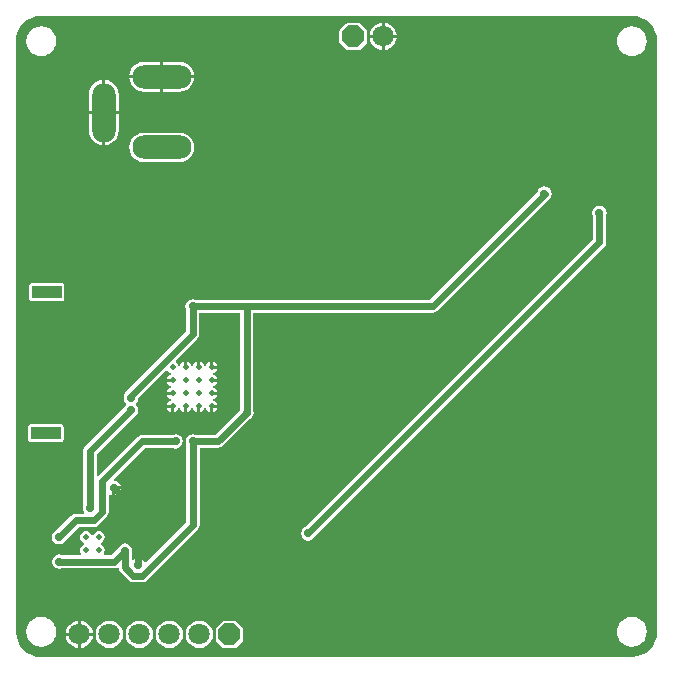
<source format=gbl>
G04 Layer_Physical_Order=2*
G04 Layer_Color=16711680*
%FSLAX43Y43*%
%MOMM*%
G71*
G01*
G75*
%ADD37C,0.600*%
%ADD38R,2.500X1.000*%
%ADD39O,5.000X2.000*%
%ADD40O,2.000X5.000*%
%ADD41C,1.800*%
%ADD42P,1.948X8X22.5*%
%ADD43C,0.700*%
%ADD44C,0.500*%
G36*
X52500Y54632D02*
Y54632D01*
X52505Y54636D01*
X52917Y54595D01*
X53317Y54473D01*
X53687Y54276D01*
X54010Y54010D01*
X54276Y53687D01*
X54473Y53317D01*
X54595Y52917D01*
X54636Y52505D01*
X54632Y52500D01*
X54632D01*
X54639Y52462D01*
Y2539D01*
X54631Y2500D01*
X54631D01*
X54635Y2496D01*
X54595Y2083D01*
X54473Y1683D01*
X54276Y1313D01*
X54010Y990D01*
X53687Y724D01*
X53317Y527D01*
X52917Y405D01*
X52505Y365D01*
X52500Y369D01*
Y369D01*
X52461Y361D01*
X2623D01*
X2500Y361D01*
X2499Y361D01*
X2375Y369D01*
X2083Y397D01*
X1682Y519D01*
X1313Y716D01*
X989Y982D01*
X723Y1306D01*
X526Y1675D01*
X404Y2076D01*
X364Y2488D01*
X368Y2492D01*
X368D01*
X361Y2526D01*
Y52377D01*
X361Y52500D01*
X361Y52501D01*
X369Y52625D01*
X397Y52917D01*
X519Y53318D01*
X716Y53687D01*
X982Y54011D01*
X1306Y54277D01*
X1675Y54474D01*
X2076Y54596D01*
X2488Y54636D01*
X2492Y54632D01*
Y54632D01*
X2526Y54639D01*
X52462D01*
X52500Y54632D01*
D02*
G37*
%LPC*%
G36*
X49750Y38566D02*
X49514Y38519D01*
X49315Y38385D01*
X49181Y38186D01*
X49134Y37950D01*
X49181Y37714D01*
X49185Y37708D01*
Y35709D01*
X24872Y11395D01*
X24864Y11394D01*
X24665Y11260D01*
X24531Y11061D01*
X24484Y10825D01*
X24531Y10589D01*
X24665Y10390D01*
X24864Y10256D01*
X25100Y10209D01*
X25336Y10256D01*
X25535Y10390D01*
X25669Y10589D01*
X25670Y10597D01*
X50149Y35076D01*
X50149Y35076D01*
X50272Y35259D01*
X50315Y35475D01*
Y37708D01*
X50319Y37714D01*
X50366Y37950D01*
X50319Y38186D01*
X50185Y38385D01*
X49986Y38519D01*
X49750Y38566D01*
D02*
G37*
G36*
X9241Y14548D02*
X8777D01*
Y14084D01*
X8886Y14106D01*
X9085Y14240D01*
X9219Y14439D01*
X9241Y14548D01*
D02*
G37*
G36*
X2500Y3768D02*
X2483Y3764D01*
X2466Y3765D01*
X2205Y3731D01*
X2173Y3720D01*
X2140Y3714D01*
X1897Y3613D01*
X1868Y3594D01*
X1838Y3579D01*
X1629Y3419D01*
X1607Y3393D01*
X1581Y3371D01*
X1421Y3162D01*
X1406Y3132D01*
X1387Y3103D01*
X1286Y2860D01*
X1280Y2827D01*
X1269Y2795D01*
X1235Y2534D01*
X1237Y2500D01*
X1235Y2466D01*
X1269Y2205D01*
X1280Y2173D01*
X1286Y2140D01*
X1387Y1897D01*
X1406Y1868D01*
X1421Y1838D01*
X1581Y1629D01*
X1607Y1607D01*
X1629Y1581D01*
X1838Y1421D01*
X1868Y1406D01*
X1897Y1387D01*
X2140Y1286D01*
X2173Y1280D01*
X2205Y1269D01*
X2466Y1235D01*
X2483Y1236D01*
X2500Y1232D01*
X2517Y1236D01*
X2534Y1235D01*
X2795Y1269D01*
X2827Y1280D01*
X2860Y1286D01*
X3103Y1387D01*
X3132Y1406D01*
X3162Y1421D01*
X3371Y1581D01*
X3393Y1607D01*
X3419Y1629D01*
X3579Y1838D01*
X3594Y1868D01*
X3613Y1897D01*
X3714Y2140D01*
X3720Y2173D01*
X3731Y2205D01*
X3765Y2466D01*
X3763Y2500D01*
X3765Y2534D01*
X3731Y2795D01*
X3720Y2827D01*
X3714Y2860D01*
X3613Y3103D01*
X3594Y3132D01*
X3579Y3162D01*
X3419Y3371D01*
X3393Y3393D01*
X3371Y3419D01*
X3162Y3579D01*
X3132Y3594D01*
X3103Y3613D01*
X2860Y3714D01*
X2827Y3720D01*
X2795Y3731D01*
X2534Y3765D01*
X2517Y3764D01*
X2500Y3768D01*
D02*
G37*
G36*
X52500D02*
X52483Y3764D01*
X52466Y3765D01*
X52205Y3731D01*
X52173Y3720D01*
X52140Y3714D01*
X51897Y3613D01*
X51868Y3594D01*
X51838Y3579D01*
X51629Y3419D01*
X51607Y3393D01*
X51581Y3371D01*
X51421Y3162D01*
X51406Y3132D01*
X51387Y3103D01*
X51286Y2860D01*
X51280Y2827D01*
X51269Y2795D01*
X51235Y2534D01*
X51237Y2500D01*
X51235Y2466D01*
X51269Y2205D01*
X51280Y2173D01*
X51286Y2140D01*
X51387Y1897D01*
X51406Y1868D01*
X51421Y1838D01*
X51581Y1629D01*
X51607Y1607D01*
X51629Y1581D01*
X51838Y1421D01*
X51868Y1406D01*
X51897Y1387D01*
X52140Y1286D01*
X52173Y1280D01*
X52205Y1269D01*
X52466Y1235D01*
X52483Y1236D01*
X52500Y1232D01*
X52517Y1236D01*
X52534Y1235D01*
X52795Y1269D01*
X52827Y1280D01*
X52860Y1286D01*
X53103Y1387D01*
X53132Y1406D01*
X53162Y1421D01*
X53371Y1581D01*
X53393Y1607D01*
X53419Y1629D01*
X53579Y1838D01*
X53594Y1868D01*
X53613Y1897D01*
X53714Y2140D01*
X53720Y2173D01*
X53731Y2205D01*
X53765Y2466D01*
X53763Y2500D01*
X53765Y2534D01*
X53731Y2795D01*
X53720Y2827D01*
X53714Y2860D01*
X53613Y3103D01*
X53594Y3132D01*
X53579Y3162D01*
X53419Y3371D01*
X53393Y3393D01*
X53371Y3419D01*
X53162Y3579D01*
X53132Y3594D01*
X53103Y3613D01*
X52860Y3714D01*
X52827Y3720D01*
X52795Y3731D01*
X52534Y3765D01*
X52517Y3764D01*
X52500Y3768D01*
D02*
G37*
G36*
X17414Y21448D02*
X17052D01*
Y21086D01*
X17122Y21100D01*
X17288Y21212D01*
X17400Y21378D01*
X17414Y21448D01*
D02*
G37*
G36*
X17052Y25364D02*
Y25002D01*
X17414D01*
X17400Y25072D01*
X17288Y25238D01*
X17122Y25350D01*
X17052Y25364D01*
D02*
G37*
G36*
X4125Y20084D02*
X1625D01*
X1526Y20064D01*
X1442Y20008D01*
X1386Y19924D01*
X1366Y19825D01*
Y18825D01*
X1386Y18726D01*
X1442Y18642D01*
X1526Y18586D01*
X1625Y18566D01*
X4125D01*
X4224Y18586D01*
X4308Y18642D01*
X4364Y18726D01*
X4384Y18825D01*
Y19825D01*
X4364Y19924D01*
X4308Y20008D01*
X4224Y20064D01*
X4125Y20084D01*
D02*
G37*
G36*
X13498Y21448D02*
X13136D01*
X13150Y21378D01*
X13262Y21212D01*
X13428Y21100D01*
X13498Y21086D01*
Y21448D01*
D02*
G37*
G36*
X5852Y3422D02*
Y2402D01*
X6872D01*
X6849Y2576D01*
X6733Y2857D01*
X6548Y3098D01*
X6307Y3283D01*
X6026Y3399D01*
X5852Y3422D01*
D02*
G37*
G36*
X13345Y3439D02*
X13044Y3399D01*
X12763Y3283D01*
X12522Y3098D01*
X12337Y2857D01*
X12221Y2576D01*
X12181Y2275D01*
X12221Y1974D01*
X12337Y1693D01*
X12522Y1452D01*
X12763Y1267D01*
X13044Y1151D01*
X13345Y1111D01*
X13646Y1151D01*
X13927Y1267D01*
X14168Y1452D01*
X14353Y1693D01*
X14469Y1974D01*
X14509Y2275D01*
X14469Y2576D01*
X14353Y2857D01*
X14168Y3098D01*
X13927Y3283D01*
X13646Y3399D01*
X13345Y3439D01*
D02*
G37*
G36*
X15885D02*
X15584Y3399D01*
X15303Y3283D01*
X15062Y3098D01*
X14877Y2857D01*
X14761Y2576D01*
X14721Y2275D01*
X14761Y1974D01*
X14877Y1693D01*
X15062Y1452D01*
X15303Y1267D01*
X15584Y1151D01*
X15885Y1111D01*
X16186Y1151D01*
X16467Y1267D01*
X16708Y1452D01*
X16893Y1693D01*
X17009Y1974D01*
X17049Y2275D01*
X17009Y2576D01*
X16893Y2857D01*
X16708Y3098D01*
X16467Y3283D01*
X16186Y3399D01*
X15885Y3439D01*
D02*
G37*
G36*
X8265D02*
X7964Y3399D01*
X7683Y3283D01*
X7442Y3098D01*
X7257Y2857D01*
X7141Y2576D01*
X7101Y2275D01*
X7141Y1974D01*
X7257Y1693D01*
X7442Y1452D01*
X7683Y1267D01*
X7964Y1151D01*
X8265Y1111D01*
X8566Y1151D01*
X8847Y1267D01*
X9088Y1452D01*
X9273Y1693D01*
X9389Y1974D01*
X9429Y2275D01*
X9389Y2576D01*
X9273Y2857D01*
X9088Y3098D01*
X8847Y3283D01*
X8566Y3399D01*
X8265Y3439D01*
D02*
G37*
G36*
X10805D02*
X10504Y3399D01*
X10223Y3283D01*
X9982Y3098D01*
X9797Y2857D01*
X9681Y2576D01*
X9641Y2275D01*
X9681Y1974D01*
X9797Y1693D01*
X9982Y1452D01*
X10223Y1267D01*
X10504Y1151D01*
X10805Y1111D01*
X11106Y1151D01*
X11387Y1267D01*
X11628Y1452D01*
X11813Y1693D01*
X11929Y1974D01*
X11969Y2275D01*
X11929Y2576D01*
X11813Y2857D01*
X11628Y3098D01*
X11387Y3283D01*
X11106Y3399D01*
X10805Y3439D01*
D02*
G37*
G36*
X6872Y2148D02*
X5852D01*
Y1128D01*
X6026Y1151D01*
X6307Y1267D01*
X6548Y1452D01*
X6733Y1693D01*
X6849Y1974D01*
X6872Y2148D01*
D02*
G37*
G36*
X5598Y3422D02*
X5424Y3399D01*
X5143Y3283D01*
X4902Y3098D01*
X4717Y2857D01*
X4601Y2576D01*
X4578Y2402D01*
X5598D01*
Y3422D01*
D02*
G37*
G36*
X18875Y3434D02*
X17975D01*
X17876Y3414D01*
X17792Y3358D01*
X17342Y2908D01*
X17286Y2824D01*
X17266Y2725D01*
Y1825D01*
X17286Y1726D01*
X17342Y1642D01*
X17792Y1192D01*
X17876Y1136D01*
X17975Y1116D01*
X18875D01*
X18974Y1136D01*
X19058Y1192D01*
X19508Y1642D01*
X19564Y1726D01*
X19584Y1825D01*
Y2725D01*
X19564Y2824D01*
X19508Y2908D01*
X19058Y3358D01*
X18974Y3414D01*
X18875Y3434D01*
D02*
G37*
G36*
X5598Y2148D02*
X4578D01*
X4601Y1974D01*
X4717Y1693D01*
X4902Y1452D01*
X5143Y1267D01*
X5424Y1151D01*
X5598Y1128D01*
Y2148D01*
D02*
G37*
G36*
X4200Y32034D02*
X1700D01*
X1601Y32014D01*
X1517Y31958D01*
X1461Y31874D01*
X1441Y31775D01*
Y30775D01*
X1461Y30676D01*
X1517Y30592D01*
X1601Y30536D01*
X1700Y30516D01*
X4200D01*
X4299Y30536D01*
X4383Y30592D01*
X4439Y30676D01*
X4459Y30775D01*
Y31775D01*
X4439Y31874D01*
X4383Y31958D01*
X4299Y32014D01*
X4200Y32034D01*
D02*
G37*
G36*
X31313Y52773D02*
X30293D01*
X30316Y52599D01*
X30432Y52318D01*
X30617Y52077D01*
X30858Y51892D01*
X31139Y51776D01*
X31313Y51753D01*
Y52773D01*
D02*
G37*
G36*
X32587D02*
X31567D01*
Y51753D01*
X31741Y51776D01*
X32022Y51892D01*
X32263Y52077D01*
X32448Y52318D01*
X32564Y52599D01*
X32587Y52773D01*
D02*
G37*
G36*
X14200Y50765D02*
X12827D01*
Y49627D01*
X15448D01*
X15422Y49827D01*
X15295Y50132D01*
X15094Y50394D01*
X14832Y50595D01*
X14527Y50722D01*
X14200Y50765D01*
D02*
G37*
G36*
X29350Y54059D02*
X28450D01*
X28351Y54039D01*
X28267Y53983D01*
X27817Y53533D01*
X27761Y53449D01*
X27741Y53350D01*
Y52450D01*
X27761Y52351D01*
X27817Y52267D01*
X28267Y51817D01*
X28351Y51761D01*
X28450Y51741D01*
X29350D01*
X29449Y51761D01*
X29533Y51817D01*
X29983Y52267D01*
X30039Y52351D01*
X30059Y52450D01*
Y53350D01*
X30039Y53449D01*
X29983Y53533D01*
X29533Y53983D01*
X29449Y54039D01*
X29350Y54059D01*
D02*
G37*
G36*
X2500Y53768D02*
X2483Y53764D01*
X2466Y53765D01*
X2205Y53731D01*
X2173Y53720D01*
X2140Y53714D01*
X1897Y53613D01*
X1868Y53594D01*
X1838Y53579D01*
X1629Y53419D01*
X1607Y53393D01*
X1581Y53371D01*
X1421Y53162D01*
X1406Y53132D01*
X1387Y53103D01*
X1286Y52860D01*
X1280Y52827D01*
X1269Y52795D01*
X1235Y52534D01*
X1237Y52500D01*
X1235Y52466D01*
X1269Y52205D01*
X1280Y52173D01*
X1286Y52140D01*
X1387Y51897D01*
X1406Y51868D01*
X1421Y51838D01*
X1581Y51629D01*
X1607Y51607D01*
X1629Y51581D01*
X1838Y51421D01*
X1868Y51406D01*
X1897Y51387D01*
X2140Y51286D01*
X2173Y51280D01*
X2205Y51269D01*
X2466Y51235D01*
X2483Y51236D01*
X2500Y51232D01*
X2517Y51236D01*
X2534Y51235D01*
X2795Y51269D01*
X2827Y51280D01*
X2860Y51286D01*
X3103Y51387D01*
X3132Y51406D01*
X3162Y51421D01*
X3371Y51581D01*
X3393Y51607D01*
X3419Y51629D01*
X3579Y51838D01*
X3594Y51868D01*
X3613Y51897D01*
X3714Y52140D01*
X3720Y52173D01*
X3731Y52205D01*
X3765Y52466D01*
X3763Y52500D01*
X3765Y52534D01*
X3731Y52795D01*
X3720Y52827D01*
X3714Y52860D01*
X3613Y53103D01*
X3594Y53132D01*
X3579Y53162D01*
X3419Y53371D01*
X3393Y53393D01*
X3371Y53419D01*
X3162Y53579D01*
X3132Y53594D01*
X3103Y53613D01*
X2860Y53714D01*
X2827Y53720D01*
X2795Y53731D01*
X2534Y53765D01*
X2517Y53764D01*
X2500Y53768D01*
D02*
G37*
G36*
X52500D02*
X52483Y53764D01*
X52466Y53765D01*
X52205Y53731D01*
X52173Y53720D01*
X52140Y53714D01*
X51897Y53613D01*
X51868Y53594D01*
X51838Y53579D01*
X51629Y53419D01*
X51607Y53393D01*
X51581Y53371D01*
X51421Y53162D01*
X51406Y53132D01*
X51387Y53103D01*
X51286Y52860D01*
X51280Y52827D01*
X51269Y52795D01*
X51235Y52534D01*
X51237Y52500D01*
X51235Y52466D01*
X51269Y52205D01*
X51280Y52173D01*
X51286Y52140D01*
X51387Y51897D01*
X51406Y51868D01*
X51421Y51838D01*
X51581Y51629D01*
X51607Y51607D01*
X51629Y51581D01*
X51838Y51421D01*
X51868Y51406D01*
X51897Y51387D01*
X52140Y51286D01*
X52173Y51280D01*
X52205Y51269D01*
X52466Y51235D01*
X52483Y51236D01*
X52500Y51232D01*
X52517Y51236D01*
X52534Y51235D01*
X52795Y51269D01*
X52827Y51280D01*
X52860Y51286D01*
X53103Y51387D01*
X53132Y51406D01*
X53162Y51421D01*
X53371Y51581D01*
X53393Y51607D01*
X53419Y51629D01*
X53579Y51838D01*
X53594Y51868D01*
X53613Y51897D01*
X53714Y52140D01*
X53720Y52173D01*
X53731Y52205D01*
X53765Y52466D01*
X53763Y52500D01*
X53765Y52534D01*
X53731Y52795D01*
X53720Y52827D01*
X53714Y52860D01*
X53613Y53103D01*
X53594Y53132D01*
X53579Y53162D01*
X53419Y53371D01*
X53393Y53393D01*
X53371Y53419D01*
X53162Y53579D01*
X53132Y53594D01*
X53103Y53613D01*
X52860Y53714D01*
X52827Y53720D01*
X52795Y53731D01*
X52534Y53765D01*
X52517Y53764D01*
X52500Y53768D01*
D02*
G37*
G36*
X31313Y54047D02*
X31139Y54024D01*
X30858Y53908D01*
X30617Y53723D01*
X30432Y53482D01*
X30316Y53201D01*
X30293Y53027D01*
X31313D01*
Y54047D01*
D02*
G37*
G36*
X31567D02*
Y53027D01*
X32587D01*
X32564Y53201D01*
X32448Y53482D01*
X32263Y53723D01*
X32022Y53908D01*
X31741Y54024D01*
X31567Y54047D01*
D02*
G37*
G36*
X12573Y50765D02*
X11200D01*
X10873Y50722D01*
X10568Y50595D01*
X10306Y50394D01*
X10105Y50132D01*
X9978Y49827D01*
X9952Y49627D01*
X12573D01*
Y50765D01*
D02*
G37*
G36*
X9065Y46323D02*
X7927D01*
Y43702D01*
X8127Y43728D01*
X8432Y43855D01*
X8694Y44056D01*
X8895Y44318D01*
X9022Y44623D01*
X9065Y44950D01*
Y46323D01*
D02*
G37*
G36*
X7673D02*
X6535D01*
Y44950D01*
X6578Y44623D01*
X6705Y44318D01*
X6906Y44056D01*
X7168Y43855D01*
X7473Y43728D01*
X7673Y43702D01*
Y46323D01*
D02*
G37*
G36*
X45100Y40216D02*
X44864Y40169D01*
X44665Y40035D01*
X44531Y39836D01*
X44511Y39735D01*
X35391Y30615D01*
X19850D01*
X19850Y30615D01*
X19850Y30615D01*
X15567D01*
X15561Y30619D01*
X15325Y30666D01*
X15089Y30619D01*
X14890Y30485D01*
X14756Y30286D01*
X14709Y30050D01*
X14756Y29814D01*
X14760Y29808D01*
Y27946D01*
X9701Y22886D01*
X9578Y22703D01*
X9544Y22529D01*
X9531Y22511D01*
X9484Y22275D01*
X9531Y22039D01*
X9654Y21856D01*
X9666Y21803D01*
Y21712D01*
X9665Y21710D01*
X9531Y21511D01*
X9530Y21503D01*
X6226Y18199D01*
X6103Y18016D01*
X6060Y17800D01*
X6060Y17800D01*
Y13242D01*
X6056Y13236D01*
X6009Y13000D01*
X6056Y12764D01*
X6155Y12617D01*
X6090Y12490D01*
X5425D01*
X5425Y12490D01*
X5209Y12447D01*
X5026Y12324D01*
X5026Y12324D01*
X3772Y11070D01*
X3764Y11069D01*
X3565Y10935D01*
X3431Y10736D01*
X3384Y10500D01*
X3431Y10264D01*
X3565Y10065D01*
X3764Y9931D01*
X4000Y9884D01*
X4236Y9931D01*
X4435Y10065D01*
X4569Y10264D01*
X4570Y10272D01*
X5659Y11360D01*
X6925D01*
X6925Y11360D01*
X7141Y11403D01*
X7324Y11526D01*
X8049Y12251D01*
X8049Y12251D01*
X8172Y12434D01*
X8215Y12650D01*
X8215Y12650D01*
Y14105D01*
X8327Y14164D01*
X8414Y14106D01*
X8523Y14084D01*
Y14675D01*
X8650D01*
Y14802D01*
X9241D01*
X9219Y14911D01*
X9085Y15110D01*
X8886Y15244D01*
X8687Y15283D01*
X8630Y15407D01*
X11284Y18060D01*
X13633D01*
X13639Y18056D01*
X13875Y18009D01*
X14111Y18056D01*
X14310Y18190D01*
X14444Y18389D01*
X14491Y18625D01*
X14444Y18861D01*
X14310Y19060D01*
X14111Y19194D01*
X13875Y19241D01*
X13639Y19194D01*
X13633Y19190D01*
X11050D01*
X11050Y19190D01*
X10834Y19147D01*
X10651Y19024D01*
X10651Y19024D01*
X7317Y15691D01*
X7190Y15743D01*
Y17566D01*
X10328Y20705D01*
X10336Y20706D01*
X10535Y20840D01*
X10669Y21039D01*
X10716Y21275D01*
X10669Y21511D01*
X10546Y21694D01*
X10534Y21747D01*
Y21838D01*
X10535Y21840D01*
X10669Y22039D01*
X10716Y22275D01*
X10711Y22299D01*
X13040Y24629D01*
X13198Y24607D01*
X13262Y24512D01*
X13428Y24400D01*
X13481Y24390D01*
Y24260D01*
X13428Y24250D01*
X13262Y24138D01*
X13150Y23972D01*
X13136Y23902D01*
X13625D01*
Y23648D01*
X13136D01*
X13150Y23578D01*
X13262Y23412D01*
X13428Y23300D01*
X13481Y23290D01*
Y23160D01*
X13428Y23150D01*
X13262Y23038D01*
X13150Y22872D01*
X13136Y22802D01*
X13625D01*
Y22548D01*
X13136D01*
X13150Y22478D01*
X13262Y22312D01*
X13428Y22200D01*
X13481Y22190D01*
Y22060D01*
X13428Y22050D01*
X13262Y21938D01*
X13150Y21772D01*
X13136Y21702D01*
X13625D01*
Y21575D01*
X13752D01*
Y21086D01*
X13822Y21100D01*
X13988Y21212D01*
X14100Y21378D01*
X14110Y21431D01*
X14240D01*
X14250Y21378D01*
X14362Y21212D01*
X14528Y21100D01*
X14598Y21086D01*
Y21575D01*
X14852D01*
Y21086D01*
X14922Y21100D01*
X15088Y21212D01*
X15200Y21378D01*
X15210Y21431D01*
X15340D01*
X15350Y21378D01*
X15462Y21212D01*
X15628Y21100D01*
X15698Y21086D01*
Y21575D01*
X15952D01*
Y21086D01*
X16022Y21100D01*
X16188Y21212D01*
X16300Y21378D01*
X16310Y21431D01*
X16440D01*
X16450Y21378D01*
X16562Y21212D01*
X16728Y21100D01*
X16798Y21086D01*
Y21575D01*
X16925D01*
Y21702D01*
X17414D01*
X17400Y21772D01*
X17288Y21938D01*
X17122Y22050D01*
X17069Y22060D01*
Y22190D01*
X17122Y22200D01*
X17288Y22312D01*
X17400Y22478D01*
X17414Y22548D01*
X16925D01*
Y22802D01*
X17414D01*
X17400Y22872D01*
X17288Y23038D01*
X17122Y23150D01*
X17069Y23160D01*
Y23290D01*
X17122Y23300D01*
X17288Y23412D01*
X17400Y23578D01*
X17414Y23648D01*
X16925D01*
Y23902D01*
X17414D01*
X17400Y23972D01*
X17288Y24138D01*
X17122Y24250D01*
X17069Y24260D01*
Y24390D01*
X17122Y24400D01*
X17288Y24512D01*
X17400Y24678D01*
X17414Y24748D01*
X16925D01*
Y24875D01*
X16798D01*
Y25364D01*
X16728Y25350D01*
X16562Y25238D01*
X16450Y25072D01*
X16440Y25019D01*
X16310D01*
X16300Y25072D01*
X16188Y25238D01*
X16022Y25350D01*
X15952Y25364D01*
Y24875D01*
X15698D01*
Y25364D01*
X15628Y25350D01*
X15462Y25238D01*
X15350Y25072D01*
X15340Y25019D01*
X15210D01*
X15200Y25072D01*
X15088Y25238D01*
X14922Y25350D01*
X14852Y25364D01*
Y24875D01*
X14598D01*
Y25364D01*
X14528Y25350D01*
X14362Y25238D01*
X14250Y25072D01*
X14240Y25019D01*
X14110D01*
X14100Y25072D01*
X13988Y25238D01*
X13893Y25302D01*
X13871Y25460D01*
X15724Y27313D01*
X15724Y27313D01*
X15847Y27496D01*
X15890Y27712D01*
X15890Y27712D01*
Y29485D01*
X19310D01*
Y21292D01*
X19306Y21286D01*
X19305Y21278D01*
X17216Y19190D01*
X15593D01*
X15586Y19194D01*
X15351Y19241D01*
X15115Y19194D01*
X14915Y19061D01*
X14782Y18861D01*
X14735Y18625D01*
X14782Y18390D01*
X14786Y18384D01*
Y11781D01*
X11368Y8363D01*
X11231Y8406D01*
X11110Y8585D01*
X10911Y8719D01*
X10802Y8741D01*
Y8150D01*
X10548D01*
Y8741D01*
X10439Y8719D01*
X10279Y8612D01*
X10152Y8666D01*
Y9121D01*
X10156Y9127D01*
X10203Y9363D01*
X10156Y9598D01*
X10023Y9798D01*
X9823Y9931D01*
X9587Y9978D01*
X9352Y9931D01*
X9152Y9798D01*
X9019Y9598D01*
X9017Y9591D01*
X8416Y8990D01*
X7842D01*
X7775Y9117D01*
X7850Y9228D01*
X7889Y9425D01*
X7850Y9622D01*
X7738Y9788D01*
X7572Y9900D01*
X7519Y9910D01*
Y10040D01*
X7572Y10050D01*
X7738Y10162D01*
X7850Y10328D01*
X7889Y10525D01*
X7850Y10722D01*
X7738Y10888D01*
X7572Y11000D01*
X7375Y11039D01*
X7178Y11000D01*
X7012Y10888D01*
X6900Y10722D01*
X6890Y10669D01*
X6760D01*
X6750Y10722D01*
X6638Y10888D01*
X6472Y11000D01*
X6275Y11039D01*
X6078Y11000D01*
X5912Y10888D01*
X5800Y10722D01*
X5761Y10525D01*
X5800Y10328D01*
X5912Y10162D01*
X6078Y10050D01*
X6131Y10040D01*
Y9910D01*
X6078Y9900D01*
X5912Y9788D01*
X5800Y9622D01*
X5761Y9425D01*
X5800Y9228D01*
X5875Y9117D01*
X5808Y8990D01*
X4267D01*
X4261Y8994D01*
X4025Y9041D01*
X3789Y8994D01*
X3590Y8860D01*
X3456Y8661D01*
X3409Y8425D01*
X3456Y8189D01*
X3590Y7990D01*
X3789Y7856D01*
X4025Y7809D01*
X4261Y7856D01*
X4267Y7860D01*
X8650D01*
X8650Y7860D01*
X8866Y7903D01*
X8900Y7926D01*
X9041Y7867D01*
X9066Y7743D01*
X9188Y7560D01*
X9649Y7099D01*
X9649Y7099D01*
X9649Y7099D01*
X9901Y6847D01*
X9901Y6847D01*
X10084Y6724D01*
X10301Y6681D01*
X10301Y6681D01*
X11049D01*
X11049Y6681D01*
X11266Y6724D01*
X11449Y6847D01*
X15750Y11148D01*
X15750Y11148D01*
X15873Y11331D01*
X15916Y11547D01*
X15916Y11547D01*
Y18061D01*
X17450D01*
X17450Y18061D01*
X17667Y18104D01*
X17850Y18226D01*
X20103Y20480D01*
X20111Y20481D01*
X20310Y20615D01*
X20444Y20814D01*
X20491Y21050D01*
X20444Y21286D01*
X20440Y21292D01*
Y29485D01*
X35625D01*
X35625Y29485D01*
X35841Y29528D01*
X36024Y29651D01*
X45537Y39163D01*
X45659Y39346D01*
X45660Y39352D01*
X45669Y39364D01*
X45716Y39600D01*
X45669Y39836D01*
X45535Y40035D01*
X45336Y40169D01*
X45100Y40216D01*
D02*
G37*
G36*
X14200Y44765D02*
X11200D01*
X10873Y44722D01*
X10568Y44595D01*
X10306Y44394D01*
X10105Y44132D01*
X9978Y43827D01*
X9935Y43500D01*
X9978Y43173D01*
X10105Y42868D01*
X10306Y42606D01*
X10568Y42405D01*
X10873Y42278D01*
X11200Y42235D01*
X14200D01*
X14527Y42278D01*
X14832Y42405D01*
X15094Y42606D01*
X15295Y42868D01*
X15422Y43173D01*
X15465Y43500D01*
X15422Y43827D01*
X15295Y44132D01*
X15094Y44394D01*
X14832Y44595D01*
X14527Y44722D01*
X14200Y44765D01*
D02*
G37*
G36*
X12573Y49373D02*
X9952D01*
X9978Y49173D01*
X10105Y48868D01*
X10306Y48606D01*
X10568Y48405D01*
X10873Y48278D01*
X11200Y48235D01*
X12573D01*
Y49373D01*
D02*
G37*
G36*
X15448D02*
X12827D01*
Y48235D01*
X14200D01*
X14527Y48278D01*
X14832Y48405D01*
X15094Y48606D01*
X15295Y48868D01*
X15422Y49173D01*
X15448Y49373D01*
D02*
G37*
G36*
X7673Y49198D02*
X7473Y49172D01*
X7168Y49045D01*
X6906Y48844D01*
X6705Y48582D01*
X6578Y48277D01*
X6535Y47950D01*
Y46577D01*
X7673D01*
Y49198D01*
D02*
G37*
G36*
X7927D02*
Y46577D01*
X9065D01*
Y47950D01*
X9022Y48277D01*
X8895Y48582D01*
X8694Y48844D01*
X8432Y49045D01*
X8127Y49172D01*
X7927Y49198D01*
D02*
G37*
%LPD*%
D37*
X15325Y27712D02*
Y30050D01*
X10100Y22487D02*
X15325Y27712D01*
X10100Y22275D02*
Y22487D01*
X19875Y21050D02*
Y30025D01*
X19850Y30050D02*
X19875Y30025D01*
X15325Y30050D02*
X19850D01*
X35625D01*
X17450Y18625D02*
X19875Y21050D01*
X8650Y14675D02*
X10675Y12650D01*
X15351Y18625D02*
X17450D01*
X8650Y8425D02*
X9587Y9363D01*
X4025Y8425D02*
X8650D01*
X6625Y13000D02*
Y17800D01*
X10100Y21275D01*
X4000Y10500D02*
X5425Y11925D01*
X6925D01*
X7650Y12650D01*
Y15225D01*
X11050Y18625D01*
X13875D01*
X15351Y11547D02*
Y18625D01*
X11049Y7246D02*
X15351Y11547D01*
X10301Y7246D02*
X11049D01*
X10048Y7498D02*
X10048D01*
X9587Y7959D02*
Y9363D01*
Y7959D02*
X10048Y7498D01*
X10301Y7246D01*
X35625Y30050D02*
X45138Y39562D01*
X10675Y8150D02*
Y12650D01*
X25100Y10825D02*
X49750Y35475D01*
Y37950D01*
D38*
X2950Y31275D02*
D03*
X2875Y19325D02*
D03*
D39*
X12700Y43500D02*
D03*
Y49500D02*
D03*
D40*
X7800Y46450D02*
D03*
D41*
X31440Y52900D02*
D03*
X5725Y2275D02*
D03*
X10805D02*
D03*
X13345D02*
D03*
X15885D02*
D03*
X8265D02*
D03*
D42*
X28900Y52900D02*
D03*
X18425Y2275D02*
D03*
D43*
X10100Y22275D02*
D03*
X15325Y30050D02*
D03*
X19875Y21050D02*
D03*
X4025Y8425D02*
D03*
X4000Y10500D02*
D03*
X13875Y18625D02*
D03*
X10100Y21275D02*
D03*
X8650Y14675D02*
D03*
X9587Y9363D02*
D03*
X15351Y18625D02*
D03*
X45100Y39600D02*
D03*
X6625Y13000D02*
D03*
X10675Y8150D02*
D03*
X49750Y37950D02*
D03*
X25100Y10825D02*
D03*
D44*
X13625Y24875D02*
D03*
Y23775D02*
D03*
X16925D02*
D03*
X13625Y22675D02*
D03*
X14725D02*
D03*
X13625Y21575D02*
D03*
X14725D02*
D03*
X6275Y9425D02*
D03*
Y10525D02*
D03*
X7375Y9425D02*
D03*
Y10525D02*
D03*
X15825Y23775D02*
D03*
Y22675D02*
D03*
X16925Y24875D02*
D03*
Y22675D02*
D03*
X14725Y23775D02*
D03*
X15825Y24875D02*
D03*
X14725D02*
D03*
X16925Y21575D02*
D03*
X15825D02*
D03*
M02*

</source>
